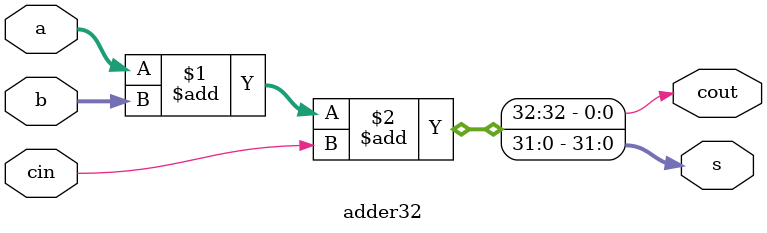
<source format=sv>
module adder32(
	input logic [31:0] a, b, 
	input logic cin,
	output logic [31:0] s,
	output logic cout
);

assign {cout,s} = a + b + cin;

endmodule




</source>
